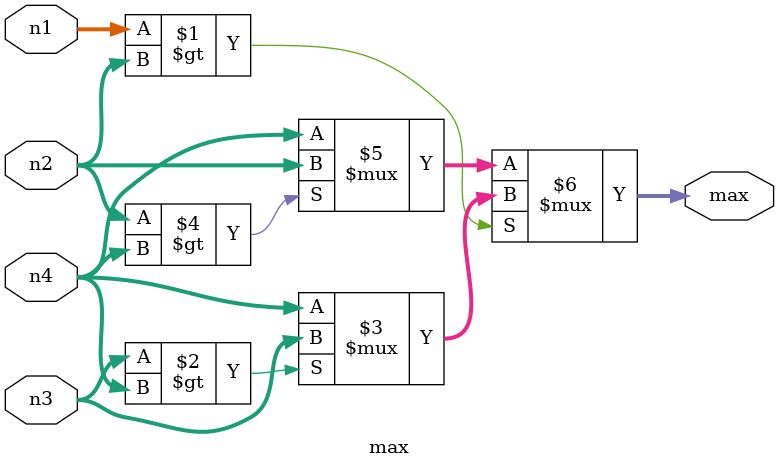
<source format=v>
module max (n1, n2, n3, n4, max);

parameter DATA_WIDTH = 16; 

input [DATA_WIDTH-1:0] n1; //4 input numbers
input [DATA_WIDTH-1:0] n2; 
input [DATA_WIDTH-1:0] n3; 
input [DATA_WIDTH-1:0] n4; 
output [DATA_WIDTH-1:0] max; // Output for the maximum value

// Calculate the maximum of the four inputs using nested ternary operators
assign max = (n1 > n2) ? ( (n3 > n4) ? n3 : n4 ) : ( (n2 > n4) ? n2 : n4 );
endmodule

</source>
